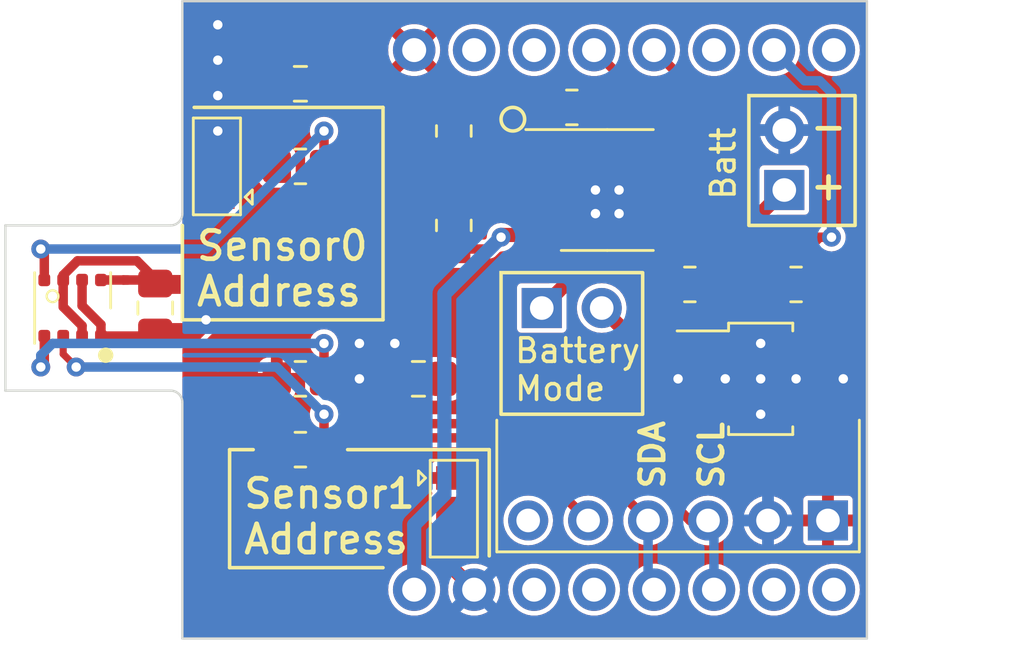
<source format=kicad_pcb>
(kicad_pcb (version 20221018) (generator pcbnew)
  (layers (0 "F.Cu" signal) (31 "B.Cu" signal) (34 "B.Paste" user) (35 "F.Paste" user) (36 "B.SilkS" user "B.Silkscreen") (37 "F.SilkS" user "F.Silkscreen") (38 "B.Mask" user) (39 "F.Mask" user) (44 "Edge.Cuts" user))
  (net 0 "")
  (net 1 "GND")
  (net 2 "Net-(J101-Pin_3)")
  (net 3 "Net-(J101-Pin_4)")
  (net 4 "Net-(J101-Pin_5)")
  (net 6 "+BATT")
  (net 7 "Net-(JP102-C)")
  (net 8 "Net-(JP103-B)")
  (net 9 "Net-(U101-SDO)")
  (net 10 "Net-(U102-A0)")
  (net 11 "+5V")
  (net 12 "Net-(U104-SELI)")
  (net 13 "Net-(U104-SELV)")
  (net 14 "CHG_EN")
  (net 17 "~{CHG}")
  (net 20 "+3V3")
  (footprint "Jumper:SolderJumper-3_P1.3mm_Open_Pad1.0x1.5mm" (layer "F.Cu") (at 109.5 77 -90)
    (fp_text reference "JP101" hide)
    (fp_text value "Jumper_3_Open")
    (fp_line (start -2.05 -1) (end 2.05 -1) (stroke (width 0.12)) (layer "F.SilkS"))
    (fp_line (start -2.05 1) (end -2.05 -1) (stroke (width 0.12)) (layer "F.SilkS"))
    (fp_line (start -1.6 1.5) (end -1 1.5) (stroke (width 0.12)) (layer "F.SilkS"))
    (fp_line (start -1.3 1.2) (end -1.6 1.5) (stroke (width 0.12)) (layer "F.SilkS"))
    (fp_line (start -1.3 1.2) (end -1 1.5) (stroke (width 0.12)) (layer "F.SilkS"))
    (fp_line (start 2.05 -1) (end 2.05 1) (stroke (width 0.12)) (layer "F.SilkS"))
    (fp_line (start 2.05 1) (end -2.05 1) (stroke (width 0.12)) (layer "F.SilkS"))
    (pad "1" smd rect (at -1.3 0 270) (size 1 1.5) (layers "F.Cu" "F.Mask") (net 20 "+3V3"))
    (pad "2" smd rect (at 0 0 270) (size 1 1.5) (layers "F.Cu" "F.Mask") (net 4 "Net-(J101-Pin_5)"))
    (pad "3" smd rect (at 1.3 0 270) (size 1 1.5) (layers "F.Cu" "F.Mask") (net 1 "GND"))
  )
  (footprint "Jumper:SolderJumper-3_P1.3mm_Open_Pad1.0x1.5mm" (layer "F.Cu") (at 99.4625 62.5 90)
    (fp_text reference "JP102" hide)
    (fp_text value "Jumper_3_Open")
    (fp_line (start -2.05 -1) (end 2.05 -1) (stroke (width 0.12)) (layer "F.SilkS"))
    (fp_line (start -2.05 1) (end -2.05 -1) (stroke (width 0.12)) (layer "F.SilkS"))
    (fp_line (start -1.6 1.5) (end -1 1.5) (stroke (width 0.12)) (layer "F.SilkS"))
    (fp_line (start -1.3 1.2) (end -1.6 1.5) (stroke (width 0.12)) (layer "F.SilkS"))
    (fp_line (start -1.3 1.2) (end -1 1.5) (stroke (width 0.12)) (layer "F.SilkS"))
    (fp_line (start 2.05 -1) (end 2.05 1) (stroke (width 0.12)) (layer "F.SilkS"))
    (fp_line (start 2.05 1) (end -2.05 1) (stroke (width 0.12)) (layer "F.SilkS"))
    (pad "1" smd rect (at -1.3 0 90) (size 1 1.5) (layers "F.Cu" "F.Mask") (net 20 "+3V3"))
    (pad "2" smd rect (at 0 0 90) (size 1 1.5) (layers "F.Cu" "F.Mask") (net 7 "Net-(JP102-C)"))
    (pad "3" smd rect (at 1.3 0 90) (size 1 1.5) (layers "F.Cu" "F.Mask") (net 1 "GND"))
  )
  (footprint "Resistor_SMD:R_0805_2012Metric_Pad1.20x1.40mm_HandSolder" (layer "F.Cu") (at 119.5 67.5)
    (fp_text reference "R104" hide)
    (fp_text value "R")
    (fp_line (start -0.227064 -0.735) (end 0.227064 -0.735) (stroke (width 0.12)) (layer "F.SilkS"))
    (fp_line (start -0.227064 0.735) (end 0.227064 0.735) (stroke (width 0.12)) (layer "F.SilkS"))
    (pad "1" smd roundrect (at -1 0) (size 1.2 1.4) (layers "F.Cu" "F.Paste" "F.Mask") (roundrect_rratio 0.208333) (net 6 "+BATT"))
    (pad "2" smd roundrect (at 1 0) (size 1.2 1.4) (layers "F.Cu" "F.Paste" "F.Mask") (roundrect_rratio 0.208333) (net 10 "Net-(U102-A0)"))
  )
  (footprint "ESP8266:wemos-d1-mini-connectors-only" (layer "F.Cu") (at 116.71 69.002024)
    (fp_text reference "U102" hide)
    (fp_text value "ESP8266_WeMos_D1_mini")
    (pad "1" thru_hole circle (at 8.89 -11.43) (size 1.8 1.8) (drill 1.016) (layers "*.Cu" "*.Mask"))
    (pad "2" thru_hole circle (at 6.35 -11.43) (size 1.8 1.8) (drill 1.016) (layers "*.Cu" "*.Mask") (net 10 "Net-(U102-A0)"))
    (pad "3" thru_hole circle (at 3.81 -11.43) (size 1.8 1.8) (drill 1.016) (layers "*.Cu" "*.Mask"))
    (pad "4" thru_hole circle (at 1.27 -11.43) (size 1.8 1.8) (drill 1.016) (layers "*.Cu" "*.Mask") (net 14 "CHG_EN"))
    (pad "5" thru_hole circle (at -1.27 -11.43) (size 1.8 1.8) (drill 1.016) (layers "*.Cu" "*.Mask") (net 17 "~{CHG}"))
    (pad "6" thru_hole circle (at -3.81 -11.43) (size 1.8 1.8) (drill 1.016) (layers "*.Cu" "*.Mask"))
    (pad "7" thru_hole circle (at -6.35 -11.43) (size 1.8 1.8) (drill 1.016) (layers "*.Cu" "*.Mask"))
    (pad "8" thru_hole circle (at -8.89 -11.43) (size 1.8 1.8) (drill 1.016) (layers "*.Cu" "*.Mask") (net 20 "+3V3"))
    (pad "9" thru_hole circle (at -8.89 11.43) (size 1.8 1.8) (drill 1.016) (layers "*.Cu" "*.Mask") (net 11 "+5V"))
    (pad "10" thru_hole circle (at -6.35 11.43) (size 1.8 1.8) (drill 1.016) (layers "*.Cu" "*.Mask") (net 1 "GND"))
    (pad "11" thru_hole circle (at -3.81 11.43) (size 1.8 1.8) (drill 1.016) (layers "*.Cu" "*.Mask"))
    (pad "12" thru_hole circle (at -1.27 11.43) (size 1.8 1.8) (drill 1.016) (layers "*.Cu" "*.Mask"))
    (pad "13" thru_hole circle (at 1.27 11.43) (size 1.8 1.8) (drill 1.016) (layers "*.Cu" "*.Mask") (net 3 "Net-(J101-Pin_4)"))
    (pad "14" thru_hole circle (at 3.81 11.43) (size 1.8 1.8) (drill 1.016) (layers "*.Cu" "*.Mask") (net 2 "Net-(J101-Pin_3)"))
    (pad "15" thru_hole circle (at 6.35 11.43) (size 1.8 1.8) (drill 1.016) (layers "*.Cu" "*.Mask"))
    (pad "16" thru_hole circle (at 8.89 11.43) (size 1.8 1.8) (drill 1.016) (layers "*.Cu" "*.Mask"))
  )
  (footprint "Capacitor_SMD:C_0805_2012Metric_Pad1.18x1.45mm_HandSolder" (layer "F.Cu") (at 103 59 180)
    (fp_text reference "C102" hide)
    (fp_text value "10µ")
    (fp_line (start -0.261252 -0.735) (end 0.261252 -0.735) (stroke (width 0.12)) (layer "F.SilkS"))
    (fp_line (start -0.261252 0.735) (end 0.261252 0.735) (stroke (width 0.12)) (layer "F.SilkS"))
    (pad "1" smd roundrect (at -1.0375 0 180) (size 1.175 1.45) (layers "F.Cu" "F.Paste" "F.Mask") (roundrect_rratio 0.212766) (net 20 "+3V3"))
    (pad "2" smd roundrect (at 1.0375 0 180) (size 1.175 1.45) (layers "F.Cu" "F.Paste" "F.Mask") (roundrect_rratio 0.212766) (net 1 "GND"))
  )
  (footprint "Package_SO:SOIC-8_3.9x4.9mm_P1.27mm" (layer "F.Cu") (at 116 63.5)
    (fp_text reference "U104" hide)
    (fp_text value "MAX1811")
    (fp_line (start 0 -2.56) (end -3.45 -2.56) (stroke (width 0.12)) (layer "F.SilkS"))
    (fp_line (start 0 -2.56) (end 1.95 -2.56) (stroke (width 0.12)) (layer "F.SilkS"))
    (fp_line (start 0 2.56) (end -1.95 2.56) (stroke (width 0.12)) (layer "F.SilkS"))
    (fp_line (start 0 2.56) (end 1.95 2.56) (stroke (width 0.12)) (layer "F.SilkS"))
    (pad "1" smd roundrect (at -2.475 -1.905) (size 1.95 0.6) (layers "F.Cu" "F.Paste" "F.Mask") (net 13 "Net-(U104-SELV)"))
    (pad "2" smd roundrect (at -2.475 -0.635) (size 1.95 0.6) (layers "F.Cu" "F.Paste" "F.Mask") (net 12 "Net-(U104-SELI)"))
    (pad "3" smd roundrect (at -2.475 0.635) (size 1.95 0.6) (layers "F.Cu" "F.Paste" "F.Mask") (net 1 "GND"))
    (pad "4" smd roundrect (at -2.475 1.905) (size 1.95 0.6) (layers "F.Cu" "F.Paste" "F.Mask") (net 11 "+5V"))
    (pad "5" smd roundrect (at 2.475 1.905) (size 1.95 0.6) (layers "F.Cu" "F.Paste" "F.Mask") (net 6 "+BATT"))
    (pad "6" smd roundrect (at 2.475 0.635) (size 1.95 0.6) (layers "F.Cu" "F.Paste" "F.Mask") (net 1 "GND"))
    (pad "7" smd roundrect (at 2.475 -0.635) (size 1.95 0.6) (layers "F.Cu" "F.Paste" "F.Mask") (net 14 "CHG_EN"))
    (pad "8" smd roundrect (at 2.475 -1.905) (size 1.95 0.6) (layers "F.Cu" "F.Paste" "F.Mask") (net 17 "~{CHG}"))
  )
  (footprint "Capacitor_SMD:C_0805_2012Metric_Pad1.18x1.45mm_HandSolder" (layer "F.Cu") (at 108 71.5 180)
    (fp_text reference "C103" hide)
    (fp_text value "10µ")
    (fp_line (start -0.261252 -0.735) (end 0.261252 -0.735) (stroke (width 0.12)) (layer "F.SilkS"))
    (fp_line (start -0.261252 0.735) (end 0.261252 0.735) (stroke (width 0.12)) (layer "F.SilkS"))
    (pad "1" smd roundrect (at -1.0375 0 180) (size 1.175 1.45) (layers "F.Cu" "F.Paste" "F.Mask") (roundrect_rratio 0.212766) (net 20 "+3V3"))
    (pad "2" smd roundrect (at 1.0375 0 180) (size 1.175 1.45) (layers "F.Cu" "F.Paste" "F.Mask") (roundrect_rratio 0.212766) (net 1 "GND"))
  )
  (footprint "Resistor_SMD:R_0805_2012Metric_Pad1.20x1.40mm_HandSolder" (layer "F.Cu") (at 103 71.5)
    (fp_text reference "R102" hide)
    (fp_text value "4k7")
    (fp_line (start -0.227064 -0.735) (end 0.227064 -0.735) (stroke (width 0.12)) (layer "F.SilkS"))
    (fp_line (start -0.227064 0.735) (end 0.227064 0.735) (stroke (width 0.12)) (layer "F.SilkS"))
    (pad "1" smd roundrect (at -1 0) (size 1.2 1.4) (layers "F.Cu" "F.Paste" "F.Mask") (roundrect_rratio 0.208333) (net 20 "+3V3"))
    (pad "2" smd roundrect (at 1 0) (size 1.2 1.4) (layers "F.Cu" "F.Paste" "F.Mask") (roundrect_rratio 0.208333) (net 2 "Net-(J101-Pin_3)"))
  )
  (footprint "Resistor_SMD:R_0805_2012Metric_Pad1.20x1.40mm_HandSolder" (layer "F.Cu") (at 109.5 65 90)
    (fp_text reference "R106" hide)
    (fp_text value "100k")
    (fp_line (start -0.227064 -0.735) (end 0.227064 -0.735) (stroke (width 0.12)) (layer "F.SilkS"))
    (fp_line (start -0.227064 0.735) (end 0.227064 0.735) (stroke (width 0.12)) (layer "F.SilkS"))
    (pad "1" smd roundrect (at -1 0 90) (size 1.2 1.4) (layers "F.Cu" "F.Paste" "F.Mask") (roundrect_rratio 0.208333) (net 11 "+5V"))
    (pad "2" smd roundrect (at 1 0 90) (size 1.2 1.4) (layers "F.Cu" "F.Paste" "F.Mask") (roundrect_rratio 0.208333) (net 12 "Net-(U104-SELI)"))
  )
  (footprint "Resistor_SMD:R_0805_2012Metric_Pad1.20x1.40mm_HandSolder" (layer "F.Cu") (at 103 62.5)
    (fp_text reference "R101" hide)
    (fp_text value "4k7")
    (fp_line (start -0.227064 -0.735) (end 0.227064 -0.735) (stroke (width 0.12)) (layer "F.SilkS"))
    (fp_line (start -0.227064 0.735) (end 0.227064 0.735) (stroke (width 0.12)) (layer "F.SilkS"))
    (pad "1" smd roundrect (at -1 0) (size 1.2 1.4) (layers "F.Cu" "F.Paste" "F.Mask") (roundrect_rratio 0.208333) (net 7 "Net-(JP102-C)"))
    (pad "2" smd roundrect (at 1 0) (size 1.2 1.4) (layers "F.Cu" "F.Paste" "F.Mask") (roundrect_rratio 0.208333) (net 9 "Net-(U101-SDO)"))
  )
  (footprint "Resistor_SMD:R_0805_2012Metric_Pad1.20x1.40mm_HandSolder" (layer "F.Cu") (at 124 67.5)
    (fp_text reference "R105" hide)
    (fp_text value "R")
    (fp_line (start -0.227064 -0.735) (end 0.227064 -0.735) (stroke (width 0.12)) (layer "F.SilkS"))
    (fp_line (start -0.227064 0.735) (end 0.227064 0.735) (stroke (width 0.12)) (layer "F.SilkS"))
    (pad "1" smd roundrect (at -1 0) (size 1.2 1.4) (layers "F.Cu" "F.Paste" "F.Mask") (roundrect_rratio 0.208333) (net 10 "Net-(U102-A0)"))
    (pad "2" smd roundrect (at 1 0) (size 1.2 1.4) (layers "F.Cu" "F.Paste" "F.Mask") (roundrect_rratio 0.208333) (net 1 "GND"))
  )
  (footprint "Connector_PinHeader_2.54mm:PinHeader_1x02_P2.54mm_Vertical" (layer "F.Cu") (at 113.225 68.5 90)
    (fp_text reference "JP103" hide)
    (fp_text value "Jumper_2_Bridged")
    (pad "1" thru_hole rect (at 0 0 90) (size 1.7 1.7) (drill 1) (layers "*.Cu" "*.Mask") (net 6 "+BATT"))
    (pad "2" thru_hole oval (at 0 2.54 90) (size 1.7 1.7) (drill 1) (layers "*.Cu" "*.Mask") (net 8 "Net-(JP103-B)"))
  )
  (footprint "Capacitor_SMD:C_0805_2012Metric_Pad1.18x1.45mm_HandSolder" (layer "F.Cu") (at 96.85 68.5 -90)
    (fp_text reference "C101" hide)
    (fp_text value "100n")
    (fp_line (start -0.261252 -0.735) (end 0.261252 -0.735) (stroke (width 0.12)) (layer "F.SilkS"))
    (fp_line (start -0.261252 0.735) (end 0.261252 0.735) (stroke (width 0.12)) (layer "F.SilkS"))
    (pad "1" smd roundrect (at -1.0375 0 270) (size 1.175 1.45) (layers "F.Cu" "F.Paste" "F.Mask") (roundrect_rratio 0.212766) (net 20 "+3V3"))
    (pad "2" smd roundrect (at 1.0375 0 270) (size 1.175 1.45) (layers "F.Cu" "F.Paste" "F.Mask") (roundrect_rratio 0.212766) (net 1 "GND"))
  )
  (footprint "Resistor_SMD:R_0805_2012Metric_Pad1.20x1.40mm_HandSolder" (layer "F.Cu") (at 109.5 61 -90)
    (fp_text reference "R107" hide)
    (fp_text value "100k")
    (fp_line (start -0.227064 -0.735) (end 0.227064 -0.735) (stroke (width 0.12)) (layer "F.SilkS"))
    (fp_line (start -0.227064 0.735) (end 0.227064 0.735) (stroke (width 0.12)) (layer "F.SilkS"))
    (pad "1" smd roundrect (at -1 0 270) (size 1.2 1.4) (layers "F.Cu" "F.Paste" "F.Mask") (roundrect_rratio 0.208333) (net 11 "+5V"))
    (pad "2" smd roundrect (at 1 0 270) (size 1.2 1.4) (layers "F.Cu" "F.Paste" "F.Mask") (roundrect_rratio 0.208333) (net 13 "Net-(U104-SELV)"))
  )
  (footprint "Connector_PinHeader_2.54mm:PinHeader_1x06_P2.54mm_Vertical" (layer "F.Cu") (at 125.35 77.5 -90)
    (fp_text reference "J101" hide)
    (fp_text value "Conn_01x06")
    (fp_line (start -4.25 -1.33) (end 1.33 -1.33) (stroke (width 0.12)) (layer "F.SilkS"))
    (fp_line (start -4.25 14.03) (end 1.33 14.03) (stroke (width 0.12)) (layer "F.SilkS"))
    (fp_line (start 1.33 -1.33) (end 1.33 14.03) (stroke (width 0.12)) (layer "F.SilkS"))
    (pad "1" thru_hole rect (at 0 0 270) (size 1.7 1.7) (drill 1) (layers "*.Cu" "*.Mask") (net 20 "+3V3"))
    (pad "2" thru_hole oval (at 0 2.54 270) (size 1.7 1.7) (drill 1) (layers "*.Cu" "*.Mask") (net 1 "GND"))
    (pad "3" thru_hole oval (at 0 5.08 270) (size 1.7 1.7) (drill 1) (layers "*.Cu" "*.Mask") (net 2 "Net-(J101-Pin_3)"))
    (pad "4" thru_hole oval (at 0 7.62 270) (size 1.7 1.7) (drill 1) (layers "*.Cu" "*.Mask") (net 3 "Net-(J101-Pin_4)"))
    (pad "5" thru_hole oval (at 0 10.16 270) (size 1.7 1.7) (drill 1) (layers "*.Cu" "*.Mask") (net 4 "Net-(J101-Pin_5)"))
    (pad "6" thru_hole oval (at 0 12.7 270) (size 1.7 1.7) (drill 1) (layers "*.Cu" "*.Mask"))
  )
  (footprint "Resistor_SMD:R_0805_2012Metric_Pad1.20x1.40mm_HandSolder" (layer "F.Cu") (at 103 74.5)
    (fp_text reference "R103" hide)
    (fp_text value "4k7")
    (fp_line (start -0.227064 -0.735) (end 0.227064 -0.735) (stroke (width 0.12)) (layer "F.SilkS"))
    (fp_line (start -0.227064 0.735) (end 0.227064 0.735) (stroke (width 0.12)) (layer "F.SilkS"))
    (pad "1" smd roundrect (at -1 0) (size 1.2 1.4) (layers "F.Cu" "F.Paste" "F.Mask") (roundrect_rratio 0.208333) (net 20 "+3V3"))
    (pad "2" smd roundrect (at 1 0) (size 1.2 1.4) (layers "F.Cu" "F.Paste" "F.Mask") (roundrect_rratio 0.208333) (net 3 "Net-(J101-Pin_4)"))
  )
  (footprint "Resistor_SMD:R_0805_2012Metric_Pad1.20x1.40mm_HandSolder" (layer "F.Cu") (at 114.5 60)
    (fp_text reference "R108" hide)
    (fp_text value "100k")
    (fp_line (start -0.227064 -0.735) (end 0.227064 -0.735) (stroke (width 0.12)) (layer "F.SilkS"))
    (fp_line (start -0.227064 0.735) (end 0.227064 0.735) (stroke (width 0.12)) (layer "F.SilkS"))
    (pad "1" smd roundrect (at -1 0) (size 1.2 1.4) (layers "F.Cu" "F.Paste" "F.Mask") (roundrect_rratio 0.208333) (net 11 "+5V"))
    (pad "2" smd roundrect (at 1 0) (size 1.2 1.4) (layers "F.Cu" "F.Paste" "F.Mask") (roundrect_rratio 0.208333) (net 14 "CHG_EN"))
  )
  (footprint "Package_TO_SOT_SMD:SOT-89-5_Handsoldering" (layer "F.Cu") (at 122.5 71.5)
    (fp_text reference "U103" hide)
    (fp_text value "AP7361C-33E")
    (fp_line (start -3.54 -2.03) (end -1.36 -2.03) (stroke (width 0.12)) (layer "F.SilkS"))
    (fp_line (start -1.36 -2.36) (end -1.36 -2.03) (stroke (width 0.12)) (layer "F.SilkS"))
    (fp_line (start -1.36 -2.36) (end 1.36 -2.36) (stroke (width 0.12)) (layer "F.SilkS"))
    (fp_line (start -1.36 2.36) (end -1.36 2.03) (stroke (width 0.12)) (layer "F.SilkS"))
    (fp_line (start 1.36 -2.36) (end 1.36 -2.03) (stroke (width 0.12)) (layer "F.SilkS"))
    (fp_line (start 1.36 2.03) (end 1.36 2.36) (stroke (width 0.12)) (layer "F.SilkS"))
    (fp_line (start 1.36 2.36) (end -1.36 2.36) (stroke (width 0.12)) (layer "F.SilkS"))
    (pad "1" smd rect (at -2.35 -1.5) (size 2.5 0.7) (layers "F.Cu" "F.Paste" "F.Mask") (net 8 "Net-(JP103-B)"))
    (pad "2" smd custom (at 0 0) (size 0.8 2) (layers "F.Cu" "F.Paste" "F.Mask") (net 1 "GND") (options (clearance outline) (anchor rect)) (primitives (gr_poly (pts (xy 0.9 -0.5) (xy 3.6 -0.5) (xy 3.6 0.5) (xy 0.9 0.5) (xy 0.4 1) (xy -0.4 1) (xy -0.9 0.5) (xy -3.6 0.5) (xy -3.6 -0.5) (xy -0.9 -0.5) (xy -0.4 -1) (xy 0.4 -1)) (width 0) (fill yes))))
    (pad "3" smd rect (at -2.35 1.5) (size 2.5 0.7) (layers "F.Cu" "F.Paste" "F.Mask") (net 20 "+3V3"))
    (pad "4" smd rect (at 2.35 1.5) (size 2.5 0.7) (layers "F.Cu" "F.Paste" "F.Mask"))
    (pad "5" smd rect (at 2.35 -1.5) (size 2.5 0.7) (layers "F.Cu" "F.Paste" "F.Mask"))
  )
  (footprint "Connector_PinHeader_2.54mm:PinHeader_1x02_P2.54mm_Vertical" (layer "F.Cu") (at 123.5 63.5 180)
    (fp_text reference "J102" hide)
    (fp_text value "Conn_01x02_Socket")
    (pad "1" thru_hole rect (at 0 0 180) (size 1.7 1.7) (drill 1) (layers "*.Cu" "*.Mask") (net 6 "+BATT"))
    (pad "2" thru_hole oval (at 0 2.54 180) (size 1.7 1.7) (drill 1) (layers "*.Cu" "*.Mask") (net 1 "GND"))
  )
  (footprint "Package_LGA:Bosch_LGA-8_3x3mm_P0.8mm_ClockwisePinNumbering" (layer "F.Cu") (at 93.35 68.5 180)
    (fp_text reference "U101" hide)
    (fp_text value "BME680")
    (fp_line (start -1.61 0) (end -1.61 1.5) (stroke (width 0.12)) (layer "F.SilkS"))
    (fp_line (start 1.61 -1.5) (end 1.61 1.5) (stroke (width 0.12)) (layer "F.SilkS"))
    (pad "1" smd roundrect (at -1.2 -1.1875 180) (size 0.5 0.525) (layers "F.Cu" "F.Paste" "F.Mask") (net 1 "GND"))
    (pad "2" smd roundrect (at -0.4 -1.1875 180) (size 0.5 0.525) (layers "F.Cu" "F.Paste" "F.Mask") (net 20 "+3V3"))
    (pad "3" smd roundrect (at 0.4 -1.1875 180) (size 0.5 0.525) (layers "F.Cu" "F.Paste" "F.Mask") (net 3 "Net-(J101-Pin_4)"))
    (pad "4" smd roundrect (at 1.2 -1.1875 180) (size 0.5 0.525) (layers "F.Cu" "F.Paste" "F.Mask") (net 2 "Net-(J101-Pin_3)"))
    (pad "5" smd roundrect (at 1.2 1.1875 180) (size 0.5 0.525) (layers "F.Cu" "F.Paste" "F.Mask") (net 9 "Net-(U101-SDO)"))
    (pad "6" smd roundrect (at 0.4 1.1875 180) (size 0.5 0.525) (layers "F.Cu" "F.Paste" "F.Mask") (net 20 "+3V3"))
    (pad "7" smd roundrect (at -0.4 1.1875 180) (size 0.5 0.525) (layers "F.Cu" "F.Paste" "F.Mask") (net 1 "GND"))
    (pad "8" smd roundrect (at -1.2 1.1875 180) (size 0.5 0.525) (layers "F.Cu" "F.Paste" "F.Mask") (net 20 "+3V3"))
  )
  (gr_line (start 111 74.5) (end 111 79) (stroke (width 0.15)) (layer "F.SilkS"))
  (gr_line (start 100 74.5) (end 100 79.5) (stroke (width 0.15)) (layer "F.SilkS"))
  (gr_line (start 101 74.5) (end 100 74.5) (stroke (width 0.15)) (layer "F.SilkS"))
  (gr_line (start 106.5 60) (end 98.5 60) (stroke (width 0.15)) (layer "F.SilkS"))
  (gr_line (start 98 69) (end 106.5 69) (stroke (width 0.15)) (layer "F.SilkS"))
  (gr_rect (start 122 59.5) (end 126.5 65) (stroke (width 0.15)) (fill none) (layer "F.SilkS"))
  (gr_circle (center 112 60.5) (end 112 61) (stroke (width 0.15)) (fill none) (layer "F.SilkS"))
  (gr_line (start 98 65) (end 98 69) (stroke (width 0.15)) (layer "F.SilkS"))
  (gr_rect (start 111.5 67) (end 117.5 73) (stroke (width 0.15)) (fill none) (layer "F.SilkS"))
  (gr_line (start 100 79.5) (end 106.5 79.5) (stroke (width 0.15)) (layer "F.SilkS"))
  (gr_line (start 106.5 69) (end 106.5 60) (stroke (width 0.15)) (layer "F.SilkS"))
  (gr_circle (center 94.75 70.5) (end 95 70.5) (stroke (width 0.15)) (fill solid) (layer "F.SilkS"))
  (gr_line (start 105 74.5) (end 111 74.5) (stroke (width 0.15)) (layer "F.SilkS"))
  (gr_circle (center 92.5 68) (end 92.75 68) (stroke (width 0.1)) (fill none) (layer "F.SilkS"))
  (gr_line (start 98 55.5) (end 127 55.5) (stroke (width 0.1)) (layer "Edge.Cuts"))
  (gr_line (start 127 55.5) (end 127 82.5) (stroke (width 0.1)) (layer "Edge.Cuts"))
  (gr_line (start 90.5 65) (end 97.5 65) (stroke (width 0.1)) (layer "Edge.Cuts"))
  (gr_line (start 90.5 72) (end 90.5 65) (stroke (width 0.1)) (layer "Edge.Cuts"))
  (gr_line (start 98 82.5) (end 98 72.5) (stroke (width 0.1)) (layer "Edge.Cuts"))
  (gr_line (start 97.5 72) (end 90.5 72) (stroke (width 0.1)) (layer "Edge.Cuts"))
  (gr_arc (start 97.5 72) (mid 97.853553 72.146447) (end 98 72.5) (stroke (width 0.1)) (layer "Edge.Cuts"))
  (gr_line (start 127 82.5) (end 98 82.5) (stroke (width 0.1)) (layer "Edge.Cuts"))
  (gr_line (start 98 64.5) (end 98 55.5) (stroke (width 0.1)) (layer "Edge.Cuts"))
  (gr_arc (start 98 64.5) (mid 97.853553 64.853553) (end 97.5 65) (stroke (width 0.1)) (layer "Edge.Cuts"))
  (gr_text "Batt\n" (at 121.5 64 90) (layer "F.SilkS") (effects (font (size 1 1)) (justify left bottom)))
  (gr_text "SCL" (at 121 76.25 90) (layer "F.SilkS") (effects (font (size 1 1) (thickness 0.2) bold) (justify left bottom)))
  (gr_text "SDA\n" (at 118.5 76.25 90) (layer "F.SilkS") (effects (font (size 1 1) (thickness 0.2)) (justify left bottom)))
  (gr_text "+" (at 124.5 64) (layer "F.SilkS") (effects (font (size 1.2 1.2) (thickness 0.2)) (justify left bottom)))
  (gr_text "Sensor1\nAddress" (at 100.5 79) (layer "F.SilkS") (effects (font (size 1.2 1.2) (thickness 0.2)) (justify left bottom)))
  (gr_text "-" (at 124.5 61.5) (layer "F.SilkS") (effects (font (size 1.2 1.2) (thickness 0.2)) (justify left bottom)))
  (gr_text "Battery \nMode" (at 112 72.5) (layer "F.SilkS") (effects (font (size 1 1)) (justify left bottom)))
  (gr_text "Sensor0\nAddress\n" (at 98.5 68.5) (layer "F.SilkS") (effects (font (size 1.2 1.2) (thickness 0.2)) (justify left bottom)))
  (segment (start 109.5 79.572024) (end 110.36 80.432024) (width 0.6) (layer "F.Cu") (net 1))
  (segment (start 94.55 69.201472) (end 94.55 69.6875) (width 0.4) (layer "F.Cu") (net 1))
  (segment (start 114.5 64.135) (end 114.865 64.135) (width 0.6) (layer "F.Cu") (net 1))
  (segment (start 109.5 78.3) (end 109.5 79.572024) (width 0.6) (layer "F.Cu") (net 1))
  (segment (start 115.135 64.135) (end 115.5 64.5) (width 0.6) (layer "F.Cu") (net 1))
  (segment (start 107 71.4625) (end 106.9625 71.5) (width 0.8) (layer "F.Cu") (net 1))
  (segment (start 93.75 67.3125) (end 93.75 68.401472) (width 0.4) (layer "F.Cu") (net 1))
  (segment (start 96.7 69.6875) (end 96.85 69.5375) (width 0.4) (layer "F.Cu") (net 1))
  (segment (start 113.525 64.135) (end 114.5 64.135) (width 0.6) (layer "F.Cu") (net 1))
  (segment (start 106.9625 71.4625) (end 105.5 70) (width 0.8) (layer "F.Cu") (net 1))
  (segment (start 116.5 64.5) (end 115.5 64.5) (width 0.6) (layer "F.Cu") (net 1))
  (segment (start 116.5 64.5) (end 115.5 63.5) (width 0.6) (layer "F.Cu") (net 1))
  (segment (start 118.475 64.135) (end 117.135 64.135) (width 0.6) (layer "F.Cu") (net 1))
  (segment (start 116.865 64.135) (end 116.5 64.5) (width 0.6) (layer "F.Cu") (net 1))
  (segment (start 115.5 63.5) (end 116.5 63.5) (width 0.6) (layer "F.Cu") (net 1))
  (segment (start 118.475 64.135) (end 116.865 64.135) (width 0.6) (layer "F.Cu") (net 1))
  (segment (start 93.75 68.401472) (end 94.55 69.201472) (width 0.4) (layer "F.Cu") (net 1))
  (segment (start 114.5 64.135) (end 115.135 64.135) (width 0.6) (layer "F.Cu") (net 1))
  (segment (start 114.865 64.135) (end 115.5 63.5) (width 0.6) (layer "F.Cu") (net 1))
  (segment (start 94.55 69.6875) (end 96.7 69.6875) (width 0.4) (layer "F.Cu") (net 1))
  (segment (start 105.5 71.5) (end 106.9625 71.5) (width 0.8) (layer "F.Cu") (net 1))
  (segment (start 115.5 63.5) (end 115.5 64.5) (width 0.6) (layer "F.Cu") (net 1))
  (segment (start 98.4625 69.5375) (end 99 69) (width 0.8) (layer "F.Cu") (net 1))
  (segment (start 116.5 63.5) (end 116.5 64.5) (width 0.6) (layer "F.Cu") (net 1))
  (segment (start 107 70) (end 107 71.4625) (width 0.8) (layer "F.Cu") (net 1))
  (segment (start 117.135 64.135) (end 116.5 63.5) (width 0.6) (layer "F.Cu") (net 1))
  (segment (start 106.9625 71.5) (end 106.9625 71.4625) (width 0.8) (layer "F.Cu") (net 1))
  (segment (start 96.85 69.5375) (end 98.4625 69.5375) (width 0.8) (layer "F.Cu") (net 1))
  (via (at 126 71.5) (size 0.8) (drill 0.4) (layers "F.Cu" "B.Cu") (net 1))
  (via (at 116.5 63.5) (size 0.8) (drill 0.4) (layers "F.Cu" "B.Cu") (net 1))
  (via (at 119 71.5) (size 0.8) (drill 0.4) (layers "F.Cu" "B.Cu") (net 1))
  (via (at 99 69) (size 0.8) (drill 0.4) (layers "F.Cu" "B.Cu") (net 1))
  (via (at 99.5 58) (size 0.8) (drill 0.4) (layers "F.Cu" "B.Cu") (net 1))
  (via (at 107 70) (size 0.8) (drill 0.4) (layers "F.Cu" "B.Cu") (net 1))
  (via (at 115.5 64.5) (size 0.8) (drill 0.4) (layers "F.Cu" "B.Cu") (net 1))
  (via (at 122.5 71.5) (size 0.8) (drill 0.4) (layers "F.Cu" "B.Cu") (net 1))
  (via (at 124 71.5) (size 0.8) (drill 0.4) (layers "F.Cu" "B.Cu") (net 1))
  (via (at 105.5 70) (size 0.8) (drill 0.4) (layers "F.Cu" "B.Cu") (net 1))
  (via (at 105.5 71.5) (size 0.8) (drill 0.4) (layers "F.Cu" "B.Cu") (net 1))
  (via (at 116.5 64.5) (size 0.8) (drill 0.4) (layers "F.Cu" "B.Cu") (net 1))
  (via (at 115.5 63.5) (size 0.8) (drill 0.4) (layers "F.Cu" "B.Cu") (net 1))
  (via (at 122.5 70) (size 0.8) (drill 0.4) (layers "F.Cu" "B.Cu") (net 1))
  (via (at 121 71.5) (size 0.8) (drill 0.4) (layers "F.Cu" "B.Cu") (net 1))
  (via (at 99.5 59.5) (size 0.8) (drill 0.4) (layers "F.Cu" "B.Cu") (net 1))
  (via (at 122.5 73) (size 0.8) (drill 0.4) (layers "F.Cu" "B.Cu") (net 1))
  (via (at 99.5 61) (size 0.8) (drill 0.4) (layers "F.Cu" "B.Cu") (net 1))
  (via (at 99.5 56.5) (size 0.8) (drill 0.4) (layers "F.Cu" "B.Cu") (net 1))
  (segment (start 99 69) (end 99.5 69) (width 0.4) (layer "B.Cu") (net 1))
  (segment (start 92.15 69.6875) (end 92.15 70.85) (width 0.4) (layer "F.Cu") (net 2))
  (segment (start 120.27 77.5) (end 119.5 77.5) (width 0.4) (layer "F.Cu") (net 2))
  (segment (start 119.5 77.5) (end 115.4 73.4) (width 0.4) (layer "F.Cu") (net 2))
  (segment (start 92.15 70.85) (end 92 71) (width 0.4) (layer "F.Cu") (net 2))
  (segment (start 104 70) (end 104 71.5) (width 0.4) (layer "F.Cu") (net 2))
  (segment (start 115.4 73.4) (end 105.9 73.4) (width 0.4) (layer "F.Cu") (net 2))
  (segment (start 105.9 73.4) (end 104 71.5) (width 0.4) (layer "F.Cu") (net 2))
  (via (at 92 71) (size 0.8) (drill 0.4) (layers "F.Cu" "B.Cu") (net 2))
  (via (at 104 70) (size 0.8) (drill 0.4) (layers "F.Cu" "B.Cu") (net 2))
  (segment (start 120.52 80.432024) (end 120.52 77.75) (width 0.4) (layer "B.Cu") (net 2))
  (segment (start 92 71) (end 92 70.5) (width 0.4) (layer "B.Cu") (net 2))
  (segment (start 120.52 77.75) (end 120.27 77.5) (width 0.4) (layer "B.Cu") (net 2))
  (segment (start 92.5 70) (end 104 70) (width 0.4) (layer "B.Cu") (net 2))
  (segment (start 92 70.5) (end 92.5 70) (width 0.4) (layer "B.Cu") (net 2))
  (segment (start 117.73 77.5) (end 114.23 74) (width 0.4) (layer "F.Cu") (net 3))
  (segment (start 92.95 70.45) (end 92.95 69.6875) (width 0.3) (layer "F.Cu") (net 3))
  (segment (start 114.23 74) (end 104.5 74) (width 0.4) (layer "F.Cu") (net 3))
  (segment (start 104 74.578249) (end 104 74.5) (width 0.3) (layer "F.Cu") (net 3))
  (segment (start 93.5 71) (end 92.95 70.45) (width 0.3) (layer "F.Cu") (net 3))
  (segment (start 104.5 74) (end 104 74.5) (width 0.4) (layer "F.Cu") (net 3))
  (segment (start 104 73) (end 104 74.5) (width 0.4) (layer "F.Cu") (net 3))
  (via (at 104 73) (size 0.8) (drill 0.4) (layers "F.Cu" "B.Cu") (net 3))
  (via (at 93.5 71) (size 0.8) (drill 0.4) (layers "F.Cu" "B.Cu") (net 3))
  (segment (start 117.73 77.5) (end 117.73 80.182024) (width 0.4) (layer "B.Cu") (net 3))
  (segment (start 117.73 80.182024) (end 117.98 80.432024) (width 0.4) (layer "B.Cu") (net 3))
  (segment (start 93.5 71) (end 99.5 71) (width 0.4) (layer "B.Cu") (net 3))
  (segment (start 99.5 71) (end 102 71) (width 0.4) (layer "B.Cu") (net 3))
  (segment (start 102 71) (end 104 73) (width 0.4) (layer "B.Cu") (net 3))
  (segment (start 115.19 77.5) (end 113.94 76.25) (width 0.4) (layer "F.Cu") (net 4))
  (segment (start 113.94 76.25) (end 111.25 76.25) (width 0.4) (layer "F.Cu") (net 4))
  (segment (start 110.5 77) (end 109.5 77) (width 0.4) (layer "F.Cu") (net 4))
  (segment (start 111.25 76.25) (end 110.5 77) (width 0.4) (layer "F.Cu") (net 4))
  (segment (start 116.32 65.405) (end 113.225 68.5) (width 0.6) (layer "F.Cu") (net 6))
  (segment (start 118.475 67.475) (end 118.5 67.5) (width 0.6) (layer "F.Cu") (net 6))
  (segment (start 118.475 65.405) (end 118.475 67.475) (width 0.6) (layer "F.Cu") (net 6))
  (segment (start 118.475 65.405) (end 116.32 65.405) (width 0.6) (layer "F.Cu") (net 6))
  (segment (start 121.595 65.405) (end 118.475 65.405) (width 0.6) (layer "F.Cu") (net 6))
  (segment (start 123.5 63.5) (end 121.595 65.405) (width 0.6) (layer "F.Cu") (net 6))
  (segment (start 102 62.5) (end 99.4625 62.5) (width 0.4) (layer "F.Cu") (net 7))
  (segment (start 117.265 70) (end 115.765 68.5) (width 0.6) (layer "F.Cu") (net 8))
  (segment (start 120.15 70) (end 117.265 70) (width 0.6) (layer "F.Cu") (net 8))
  (segment (start 92.15 66.15) (end 92 66) (width 0.4) (layer "F.Cu") (net 9))
  (segment (start 104 61) (end 104 62.5) (width 0.4) (layer "F.Cu") (net 9))
  (segment (start 92.15 67.3125) (end 92.15 66.15) (width 0.4) (layer "F.Cu") (net 9))
  (via (at 104 61) (size 0.8) (drill 0.4) (layers "F.Cu" "B.Cu") (net 9))
  (via (at 92 66) (size 0.8) (drill 0.4) (layers "F.Cu" "B.Cu") (net 9))
  (segment (start 104 61) (end 99 66) (width 0.4) (layer "B.Cu") (net 9))
  (segment (start 99 66) (end 92 66) (width 0.4) (layer "B.Cu") (net 9))
  (segment (start 125 65.5) (end 123 67.5) (width 0.4) (layer "F.Cu") (net 10))
  (segment (start 120.5 67.5) (end 123 67.5) (width 0.4) (layer "F.Cu") (net 10))
  (segment (start 125.5 65.5) (end 125 65.5) (width 0.4) (layer "F.Cu") (net 10))
  (via (at 125.5 65.5) (size 0.8) (drill 0.4) (layers "F.Cu" "B.Cu") (net 10))
  (segment (start 125.5 59.372024) (end 125 58.872024) (width 0.4) (layer "B.Cu") (net 10))
  (segment (start 125 58.872024) (end 124.36 58.872024) (width 0.4) (layer "B.Cu") (net 10))
  (segment (start 124.36 58.872024) (end 123.06 57.572024) (width 0.4) (layer "B.Cu") (net 10))
  (segment (start 125.5 65.5) (end 125.5 59.372024) (width 0.4) (layer "B.Cu") (net 10))
  (segment (start 108.4 61.1) (end 108.4 64.9) (width 0.4) (layer "F.Cu") (net 11))
  (segment (start 113.525 65.405) (end 111.595 65.405) (width 0.6) (layer "F.Cu") (net 11))
  (segment (start 109.5 66) (end 111 66) (width 0.4) (layer "F.Cu") (net 11))
  (segment (start 113.5 60) (end 109.5 60) (width 0.4) (layer "F.Cu") (net 11))
  (segment (start 108.4 64.9) (end 109.5 66) (width 0.4) (layer "F.Cu") (net 11))
  (segment (start 111.595 65.405) (end 111.5 65.5) (width 0.6) (layer "F.Cu") (net 11))
  (segment (start 109.5 60) (end 108.4 61.1) (width 0.4) (layer "F.Cu") (net 11))
  (segment (start 111 66) (end 111.5 65.5) (width 0.4) (layer "F.Cu") (net 11))
  (via (at 111.5 65.5) (size 0.8) (drill 0.4) (layers "F.Cu" "B.Cu") (net 11))
  (segment (start 111.5 65.5) (end 109.1 67.9) (width 0.6) (layer "B.Cu") (net 11))
  (segment (start 109.1 76.4) (end 107.82 77.68) (width 0.6) (layer "B.Cu") (net 11))
  (segment (start 107.82 77.68) (end 107.82 80.432024) (width 0.6) (layer "B.Cu") (net 11))
  (segment (start 109.1 67.9) (end 109.1 76.4) (width 0.6) (layer "B.Cu") (net 11))
  (segment (start 110.635 62.865) (end 113.525 62.865) (width 0.4) (layer "F.Cu") (net 12))
  (segment (start 109.5 64) (end 110.635 62.865) (width 0.4) (layer "F.Cu") (net 12))
  (segment (start 113.525 61.595) (end 109.905 61.595) (width 0.4) (layer "F.Cu") (net 13))
  (segment (start 109.905 61.595) (end 109.5 62) (width 0.4) (layer "F.Cu") (net 13))
  (segment (start 115.5 60.372817) (end 115.5 60) (width 0.4) (layer "F.Cu") (net 14))
  (segment (start 119.85 59.442024) (end 119.85 62.65) (width 0.4) (layer "F.Cu") (net 14))
  (segment (start 117.992183 62.865) (end 115.5 60.372817) (width 0.4) (layer "F.Cu") (net 14))
  (segment (start 118.475 62.865) (end 117.992183 62.865) (width 0.4) (layer "F.Cu") (net 14))
  (segment (start 119.85 62.65) (end 119.635 62.865) (width 0.4) (layer "F.Cu") (net 14))
  (segment (start 117.98 57.572024) (end 119.85 59.442024) (width 0.4) (layer "F.Cu") (net 14))
  (segment (start 119.635 62.865) (end 118.475 62.865) (width 0.4) (layer "F.Cu") (net 14))
  (segment (start 118.475 60.607024) (end 115.44 57.572024) (width 0.4) (layer "F.Cu") (net 17))
  (segment (start 118.475 61.595) (end 118.475 60.607024) (width 0.4) (layer "F.Cu") (net 17))
  (segment (start 93.557538 66.5) (end 96.075 66.5) (width 0.4) (layer "F.Cu") (net 20))
  (segment (start 96.075 66.5) (end 96.85 67.275) (width 0.4) (layer "F.Cu") (net 20))
  (segment (start 93.75 69.6875) (end 93.75 69.25) (width 0.4) (layer "F.Cu") (net 20))
  (segment (start 95.5 67.3125) (end 96.8125 67.3125) (width 0.4) (layer "F.Cu") (net 20))
  (segment (start 97.075 67.5) (end 100.55 67.5) (width 0.8) (layer "F.Cu") (net 20))
  (segment (start 92.95 67.107538) (end 93.557538 66.5) (width 0.4) (layer "F.Cu") (net 20))
  (segment (start 96.8125 67.3125) (end 96.85 67.275) (width 0.4) (layer "F.Cu") (net 20))
  (segment (start 94.55 67.3125) (end 95.5 67.3125) (width 0.4) (layer "F.Cu") (net 20))
  (segment (start 93.75 69.25) (end 92.95 68.45) (width 0.4) (layer "F.Cu") (net 20))
  (segment (start 95.5 67.3125) (end 95.6875 67.3125) (width 0.4) (layer "F.Cu") (net 20))
  (segment (start 96.85 67.275) (end 97.075 67.5) (width 0.4) (layer "F.Cu") (net 20))
  (segment (start 92.95 68.45) (end 92.95 67.3125) (width 0.4) (layer "F.Cu") (net 20))
  (segment (start 92.95 67.3125) (end 92.95 67.107538) (width 0.4) (layer "F.Cu") (net 20))
  (zone (net 1) (net_name "GND") (layer "F.Cu") (priority 3) (connect_pads (clearance 0.2)) (min_thickness 0.25) (fill yes (thermal_gap 0.15) (thermal_bridge_width 0.5))
    (polygon (pts (xy 127 74) (xy 126.5 74) (xy 126 74) (xy 122 74) (xy 122 72) (xy 118.5 72) (xy 118.5 66) (xy 127 66)))
  )
  (zone (net 1) (net_name "GND") (layer "F.Cu") (priority 2) (connect_pads (clearance 0.2)) (min_thickness 0.1) (fill yes (thermal_gap 0.2) (thermal_bridge_width 0.5))
    (polygon (pts (xy 98 61.5) (xy 98 55.5) (xy 103 55.5) (xy 103 60) (xy 101.5 61.5)))
  )
  (zone (net 20) (net_name "+3V3") (layer "F.Cu") (priority 1) (connect_pads (clearance 0.2)) (min_thickness 0.2) (fill yes (thermal_gap 0.2) (thermal_bridge_width 0.5))
    (polygon (pts (xy 127 82.5) (xy 98 82.5) (xy 98 55.5) (xy 127 55.5)))
  )
  (zone (net 1) (net_name "GND") (layer "B.Cu") (connect_pads (clearance 0.2)) (min_thickness 0.2) (fill yes (thermal_gap 0.2) (thermal_bridge_width 0.5))
    (polygon (pts (xy 98 82.5) (xy 127 82.5) (xy 127 55.5) (xy 98 55.5)))
  )
)
</source>
